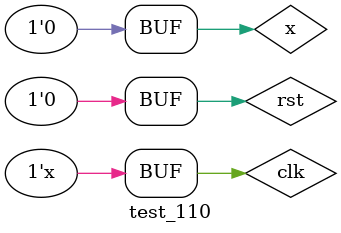
<source format=v>
module sequence110(clk,rst,x,y);
  input clk,rst,x;
  output reg y;
  reg[1:0]ps;
  reg[1:0]ns;
always@(posedge clk)
begin
  if(rst==1) begin ps=2'b00; ns=2'b00; y=0; end
else
  begin
    ps=ns;
    case(ps)
      2'b00:
      if(x==0) begin ns=2'b00; y=0; end
      else begin ns=2'b01; y=0; end
      2'b01:
      if(x==0) begin ns=2'b00; y=0; end
      else begin ns=2'b10; y=0; end
      2'b10:
      if(x==0) begin ns=2'b00; y=1; end
      else begin ns=2'b01; y=0; end 
    endcase
  end
end
endmodule

module D_flipf(clk,rst,d,q);
input clk,rst,d;
output reg q;
always @(posedge clk)
begin
if(rst==1) q=0;
else q=d;
end
endmodule

module sequenceD(clk,rst,x,y);
  input clk,rst,x;
  output y;
  wire da,db,qa,qb;
  assign da= qb&x;
  assign db= ~qb&x;
  D_flipf A1(clk,rst,da,qa);
  D_flipf B2(clk,rst,db,qb);
  assign y= qa & ~x;
endmodule

module test_110();
  reg clk,rst,x;
  wire y;
  sequenceD S3(clk,rst,x,y);
  initial
  begin
    clk=1;
    rst=1;
    #20 rst=0;
  end
  always #5 clk=~clk;
  initial
  begin
  x=1; #10;
  x=1; #10;
  x=0; #10;
  x=1; #10;
  x=1; #10;
  x=0; #10;
  x=0; #10;
  x=1; #10;
  x=1; #10;
  x=0; #10;
  x=1; #10;
  x=1; #10;
  x=0; #10;  
  end
endmodule
  



</source>
